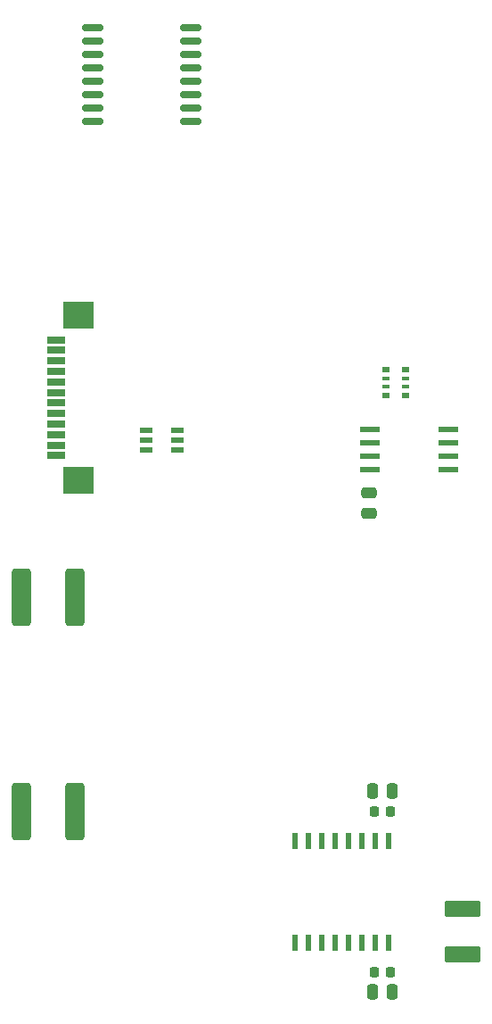
<source format=gbr>
%TF.GenerationSoftware,KiCad,Pcbnew,9.0.0*%
%TF.CreationDate,2025-03-09T08:07:50+03:00*%
%TF.ProjectId,PM_CPU-RP,504d5f43-5055-42d5-9250-2e6b69636164,rev?*%
%TF.SameCoordinates,Original*%
%TF.FileFunction,Paste,Top*%
%TF.FilePolarity,Positive*%
%FSLAX46Y46*%
G04 Gerber Fmt 4.6, Leading zero omitted, Abs format (unit mm)*
G04 Created by KiCad (PCBNEW 9.0.0) date 2025-03-09 08:07:50*
%MOMM*%
%LPD*%
G01*
G04 APERTURE LIST*
G04 Aperture macros list*
%AMRoundRect*
0 Rectangle with rounded corners*
0 $1 Rounding radius*
0 $2 $3 $4 $5 $6 $7 $8 $9 X,Y pos of 4 corners*
0 Add a 4 corners polygon primitive as box body*
4,1,4,$2,$3,$4,$5,$6,$7,$8,$9,$2,$3,0*
0 Add four circle primitives for the rounded corners*
1,1,$1+$1,$2,$3*
1,1,$1+$1,$4,$5*
1,1,$1+$1,$6,$7*
1,1,$1+$1,$8,$9*
0 Add four rect primitives between the rounded corners*
20,1,$1+$1,$2,$3,$4,$5,0*
20,1,$1+$1,$4,$5,$6,$7,0*
20,1,$1+$1,$6,$7,$8,$9,0*
20,1,$1+$1,$8,$9,$2,$3,0*%
G04 Aperture macros list end*
%ADD10RoundRect,0.250000X-0.475000X0.250000X-0.475000X-0.250000X0.475000X-0.250000X0.475000X0.250000X0*%
%ADD11R,1.181100X0.558800*%
%ADD12RoundRect,0.250000X-0.650000X-2.450000X0.650000X-2.450000X0.650000X2.450000X-0.650000X2.450000X0*%
%ADD13RoundRect,0.250000X1.450000X-0.537500X1.450000X0.537500X-1.450000X0.537500X-1.450000X-0.537500X0*%
%ADD14R,0.482600X1.549400*%
%ADD15R,1.803400X0.635000*%
%ADD16R,2.997200X2.590800*%
%ADD17RoundRect,0.250000X0.250000X0.475000X-0.250000X0.475000X-0.250000X-0.475000X0.250000X-0.475000X0*%
%ADD18RoundRect,0.225000X0.225000X0.250000X-0.225000X0.250000X-0.225000X-0.250000X0.225000X-0.250000X0*%
%ADD19R,1.828800X0.533400*%
%ADD20RoundRect,0.150000X-0.875000X-0.150000X0.875000X-0.150000X0.875000X0.150000X-0.875000X0.150000X0*%
%ADD21R,0.800000X0.500000*%
%ADD22R,0.800000X0.400000*%
G04 APERTURE END LIST*
D10*
%TO.C,C4*%
X-3810000Y950000D03*
X-3810000Y-950000D03*
%TD*%
D11*
%TO.C,U7*%
X-22033150Y5049999D03*
X-22033150Y6000000D03*
X-22033150Y6950001D03*
X-24966850Y6950001D03*
X-24966850Y6000000D03*
X-24966850Y5049999D03*
%TD*%
D12*
%TO.C,C3*%
X-36840000Y-8890000D03*
X-31740000Y-8890000D03*
%TD*%
D13*
%TO.C,C1*%
X5080000Y-42777500D03*
X5080000Y-38502500D03*
%TD*%
D14*
%TO.C,U4*%
X-1905000Y-32004000D03*
X-3175000Y-32004000D03*
X-4445000Y-32004000D03*
X-5715000Y-32004000D03*
X-6985000Y-32004000D03*
X-8255000Y-32004000D03*
X-9525000Y-32004000D03*
X-10795000Y-32004000D03*
X-10795000Y-41656000D03*
X-9525000Y-41656000D03*
X-8255000Y-41656000D03*
X-6985000Y-41656000D03*
X-5715000Y-41656000D03*
X-4445000Y-41656000D03*
X-3175000Y-41656000D03*
X-1905000Y-41656000D03*
%TD*%
D15*
%TO.C,J7*%
X-33556000Y4500008D03*
X-33556000Y5500006D03*
X-33556000Y6500004D03*
X-33556000Y7500002D03*
X-33556000Y8500000D03*
X-33556000Y9500000D03*
X-33556000Y10500000D03*
X-33556000Y11500000D03*
X-33556000Y12499998D03*
X-33556000Y13499996D03*
X-33556000Y14499994D03*
X-33556000Y15499992D03*
D16*
X-31385999Y2149997D03*
X-31385999Y17850003D03*
%TD*%
D17*
%TO.C,C10*%
X-1590000Y-46355000D03*
X-3490000Y-46355000D03*
%TD*%
%TO.C,C12*%
X-1590000Y-27305000D03*
X-3490000Y-27305000D03*
%TD*%
D18*
%TO.C,C9*%
X-1765000Y-44450000D03*
X-3315000Y-44450000D03*
%TD*%
D19*
%TO.C,U3*%
X3695700Y3175000D03*
X3695700Y4445000D03*
X3695700Y5715000D03*
X3695700Y6985000D03*
X-3695700Y6985000D03*
X-3695700Y5715000D03*
X-3695700Y4445000D03*
X-3695700Y3175000D03*
%TD*%
D12*
%TO.C,C2*%
X-36840000Y-29210000D03*
X-31740000Y-29210000D03*
%TD*%
D20*
%TO.C,U6*%
X-30050000Y45085000D03*
X-30050000Y43815000D03*
X-30050000Y42545000D03*
X-30050000Y41275000D03*
X-30050000Y40005000D03*
X-30050000Y38735000D03*
X-30050000Y37465000D03*
X-30050000Y36195000D03*
X-20750000Y36195000D03*
X-20750000Y37465000D03*
X-20750000Y38735000D03*
X-20750000Y40005000D03*
X-20750000Y41275000D03*
X-20750000Y42545000D03*
X-20750000Y43815000D03*
X-20750000Y45085000D03*
%TD*%
D21*
%TO.C,RN2*%
X-370000Y10230000D03*
D22*
X-370000Y11030000D03*
X-370000Y11830000D03*
D21*
X-370000Y12630000D03*
X-2170000Y12630000D03*
D22*
X-2170000Y11830000D03*
X-2170000Y11030000D03*
D21*
X-2170000Y10230000D03*
%TD*%
D18*
%TO.C,C11*%
X-1765000Y-29210000D03*
X-3315000Y-29210000D03*
%TD*%
M02*

</source>
